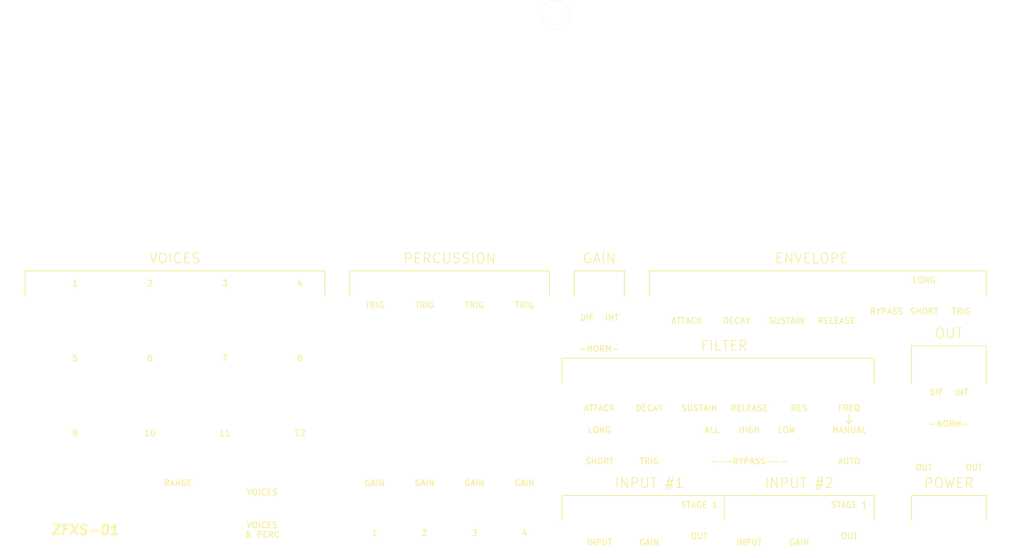
<source format=kicad_pcb>
(kicad_pcb (version 20171130) (host pcbnew "(5.1.6)-1")

  (general
    (thickness 1.6)
    (drawings 247)
    (tracks 0)
    (zones 0)
    (modules 0)
    (nets 1)
  )

  (page User 558.8 279.4)
  (title_block
    (date 2020-12-18)
  )

  (layers
    (0 F.Cu signal)
    (31 B.Cu signal)
    (32 B.Adhes user)
    (33 F.Adhes user)
    (34 B.Paste user)
    (35 F.Paste user)
    (36 B.SilkS user)
    (37 F.SilkS user)
    (38 B.Mask user)
    (39 F.Mask user)
    (40 Dwgs.User user)
    (41 Cmts.User user)
    (42 Eco1.User user)
    (43 Eco2.User user)
    (44 Edge.Cuts user)
    (45 Margin user)
    (46 B.CrtYd user)
    (47 F.CrtYd user)
    (48 B.Fab user)
    (49 F.Fab user)
  )

  (setup
    (last_trace_width 0.25)
    (trace_clearance 0.2)
    (zone_clearance 0.508)
    (zone_45_only no)
    (trace_min 0.2)
    (via_size 0.8)
    (via_drill 0.4)
    (via_min_size 0.4)
    (via_min_drill 0.3)
    (uvia_size 0.3)
    (uvia_drill 0.1)
    (uvias_allowed no)
    (uvia_min_size 0.2)
    (uvia_min_drill 0.1)
    (edge_width 0.05)
    (segment_width 0.2)
    (pcb_text_width 0.3)
    (pcb_text_size 1.5 1.5)
    (mod_edge_width 0.12)
    (mod_text_size 1 1)
    (mod_text_width 0.15)
    (pad_size 1.524 1.524)
    (pad_drill 0.762)
    (pad_to_mask_clearance 0.05)
    (aux_axis_origin 0 0)
    (grid_origin 19.05 50.8)
    (visible_elements 7FFFFFFF)
    (pcbplotparams
      (layerselection 0x000a0_7ffffffe)
      (usegerberextensions false)
      (usegerberattributes true)
      (usegerberadvancedattributes true)
      (creategerberjobfile true)
      (excludeedgelayer true)
      (linewidth 0.100000)
      (plotframeref false)
      (viasonmask false)
      (mode 1)
      (useauxorigin false)
      (hpglpennumber 1)
      (hpglpenspeed 20)
      (hpglpendiameter 15.000000)
      (psnegative false)
      (psa4output false)
      (plotreference true)
      (plotvalue true)
      (plotinvisibletext false)
      (padsonsilk false)
      (subtractmaskfromsilk false)
      (outputformat 3)
      (mirror false)
      (drillshape 0)
      (scaleselection 1)
      (outputdirectory "dxf/"))
  )

  (net 0 "")

  (net_class Default "This is the default net class."
    (clearance 0.2)
    (trace_width 0.25)
    (via_dia 0.8)
    (via_drill 0.4)
    (uvia_dia 0.3)
    (uvia_drill 0.1)
  )

  (gr_line (start 304.8 127) (end 304.8 114.3) (layer F.SilkS) (width 0.5))
  (gr_circle (center 304.8 63.5) (end 306.8 63.5) (layer F.Mask) (width 0.15) (tstamp 5FDD5E5E))
  (gr_circle (center 304.8 201.7) (end 306.8 201.7) (layer F.Mask) (width 0.15) (tstamp 5FDD5E5E))
  (gr_circle (center 190.5 203.2) (end 192.5 203.2) (layer F.Mask) (width 0.15) (tstamp 5FDD5E5E))
  (gr_circle (center 190.5 63.5) (end 192.5 63.5) (layer F.Mask) (width 0.15) (tstamp 5FDD5E5E))
  (gr_circle (center 527.05 203.2) (end 529.05 203.2) (layer F.Mask) (width 0.15) (tstamp 5FDCD8DD))
  (gr_line (start 31.75 82.55) (end 31.75 69.85) (layer F.SilkS) (width 0.5))
  (gr_line (start 452.4375 146.05) (end 450.85 147.6375) (layer F.SilkS) (width 0.5) (tstamp 5FDD015B))
  (gr_line (start 450.85 147.6375) (end 449.2625 146.05) (layer F.SilkS) (width 0.5))
  (gr_line (start 450.85 142.875) (end 450.85 147.6375) (layer F.SilkS) (width 0.5))
  (gr_text "VOICES\n& PERC" (at 152.4 201.6125) (layer F.SilkS) (tstamp 5FDD00B8)
    (effects (font (size 3 3) (thickness 0.5)))
  )
  (gr_circle (center 152.4 190.5) (end 155.575 190.5) (layer F.Mask) (width 0.15) (tstamp 5FDD00A7))
  (gr_text VOICES (at 152.4 182.5625) (layer F.SilkS) (tstamp 5FDD00A6)
    (effects (font (size 3 3) (thickness 0.5)))
  )
  (gr_text INPUT (at 400.05 207.9625) (layer F.SilkS) (tstamp 5FDCF852)
    (effects (font (size 3 3) (thickness 0.5)))
  )
  (gr_text INPUT (at 323.85 207.9625) (layer F.SilkS) (tstamp 5FDCF84B)
    (effects (font (size 3 3) (thickness 0.5)))
  )
  (gr_text ZFXS-01 (at 44.45 201.6125) (layer F.SilkS) (tstamp 5FDCF72F)
    (effects (font (size 5 5) (thickness 1) italic) (justify left))
  )
  (gr_text OUT (at 514.35 169.8625) (layer F.SilkS) (tstamp 5FDCF72F)
    (effects (font (size 3 3) (thickness 0.5)))
  )
  (gr_text OUT (at 488.95 169.8625) (layer F.SilkS) (tstamp 5FDCF72F)
    (effects (font (size 3 3) (thickness 0.5)))
  )
  (gr_text INT (at 508 131.7625) (layer F.SilkS) (tstamp 5FDCF72A)
    (effects (font (size 3 3) (thickness 0.5)))
  )
  (gr_text -NORM- (at 501.65 147.6375) (layer F.SilkS) (tstamp 5FDCF729)
    (effects (font (size 3 3) (thickness 0.5)))
  )
  (gr_text DIF (at 495.3 131.7625) (layer F.SilkS) (tstamp 5FDCF728)
    (effects (font (size 3 3) (thickness 0.5)))
  )
  (gr_text OUT (at 450.85 204.7875) (layer F.SilkS) (tstamp 5FDCF71F)
    (effects (font (size 3 3) (thickness 0.5)))
  )
  (gr_text "STAGE 1" (at 450.85 188.9125) (layer F.SilkS) (tstamp 5FDCF71E)
    (effects (font (size 3 3) (thickness 0.5)))
  )
  (gr_text GAIN (at 425.45 207.9625) (layer F.SilkS) (tstamp 5FDCF71D)
    (effects (font (size 3 3) (thickness 0.5)))
  )
  (gr_text "STAGE 1" (at 374.65 188.9125) (layer F.SilkS) (tstamp 5FDCF708)
    (effects (font (size 3 3) (thickness 0.5)))
  )
  (gr_text OUT (at 374.65 204.7875) (layer F.SilkS) (tstamp 5FDCF708)
    (effects (font (size 3 3) (thickness 0.5)))
  )
  (gr_text GAIN (at 349.25 207.9625) (layer F.SilkS) (tstamp 5FDCF708)
    (effects (font (size 3 3) (thickness 0.5)))
  )
  (gr_circle (center 301.625 -60.325) (end 309.125 -60.325) (layer F.SilkS) (width 0.12))
  (gr_text SHORT (at 488.95 90.4875) (layer F.SilkS) (tstamp 5FDCEF51)
    (effects (font (size 3 3) (thickness 0.5)))
  )
  (gr_text TRIG (at 508 90.4875) (layer F.SilkS) (tstamp 5FDCEF51)
    (effects (font (size 3 3) (thickness 0.5)))
  )
  (gr_text LONG (at 488.95 74.6125) (layer F.SilkS) (tstamp 5FDCEF51)
    (effects (font (size 3 3) (thickness 0.5)))
  )
  (gr_text BYPASS (at 469.9 90.4875) (layer F.SilkS) (tstamp 5FDCEF51)
    (effects (font (size 3 3) (thickness 0.5)))
  )
  (gr_text MANUAL (at 450.85 150.8125) (layer F.SilkS) (tstamp 5FDCEF51)
    (effects (font (size 3 3) (thickness 0.5)))
  )
  (gr_text AUTO (at 450.85 166.6875) (layer F.SilkS) (tstamp 5FDCEF51)
    (effects (font (size 3 3) (thickness 0.5)))
  )
  (gr_text TRIG (at 349.25 166.6875) (layer F.SilkS) (tstamp 5FDCEF51)
    (effects (font (size 3 3) (thickness 0.5)))
  )
  (gr_text SHORT (at 323.85 166.6875) (layer F.SilkS) (tstamp 5FDCEF51)
    (effects (font (size 3 3) (thickness 0.5)))
  )
  (gr_text LOW (at 419.1 150.8125) (layer F.SilkS) (tstamp 5FDCEF51)
    (effects (font (size 3 3) (thickness 0.5)))
  )
  (gr_text HIGH (at 400.05 150.8125) (layer F.SilkS) (tstamp 5FDCEF51)
    (effects (font (size 3 3) (thickness 0.5)))
  )
  (gr_text ALL (at 381 150.8125) (layer F.SilkS) (tstamp 5FDCEF51)
    (effects (font (size 3 3) (thickness 0.5)))
  )
  (gr_text ---BYPASS--- (at 400.05 166.6875) (layer F.SilkS) (tstamp 5FDCEEFA)
    (effects (font (size 3 3) (thickness 0.5)))
  )
  (gr_text LONG (at 323.85 150.8125) (layer F.SilkS) (tstamp 5FDCEE53)
    (effects (font (size 3 3) (thickness 0.5)))
  )
  (gr_text FREQ (at 450.85 139.7) (layer F.SilkS) (tstamp 5FDCEE53)
    (effects (font (size 3 3) (thickness 0.5)))
  )
  (gr_text RES (at 425.45 139.7) (layer F.SilkS) (tstamp 5FDCEE53)
    (effects (font (size 3 3) (thickness 0.5)))
  )
  (gr_text ATTACK (at 323.85 139.7) (layer F.SilkS) (tstamp 5FDCEE39)
    (effects (font (size 3 3) (thickness 0.5)))
  )
  (gr_text SUSTAIN (at 374.65 139.7) (layer F.SilkS) (tstamp 5FDCEE38)
    (effects (font (size 3 3) (thickness 0.5)))
  )
  (gr_text RELEASE (at 400.05 139.7) (layer F.SilkS) (tstamp 5FDCEE37)
    (effects (font (size 3 3) (thickness 0.5)))
  )
  (gr_text DECAY (at 349.25 139.7) (layer F.SilkS) (tstamp 5FDCEE36)
    (effects (font (size 3 3) (thickness 0.5)))
  )
  (gr_text RELEASE (at 444.5 95.25) (layer F.SilkS) (tstamp 5FDCEE20)
    (effects (font (size 3 3) (thickness 0.5)))
  )
  (gr_text SUSTAIN (at 419.1 95.25) (layer F.SilkS) (tstamp 5FDCEE20)
    (effects (font (size 3 3) (thickness 0.5)))
  )
  (gr_text DECAY (at 393.7 95.25) (layer F.SilkS) (tstamp 5FDCEE20)
    (effects (font (size 3 3) (thickness 0.5)))
  )
  (gr_text ATTACK (at 368.3 95.25) (layer F.SilkS) (tstamp 5FDCEDB8)
    (effects (font (size 3 3) (thickness 0.5)))
  )
  (gr_text -NORM- (at 323.85 109.5375) (layer F.SilkS) (tstamp 5FDCEDB8)
    (effects (font (size 3 3) (thickness 0.5)))
  )
  (gr_text INT (at 330.2 93.6625) (layer F.SilkS) (tstamp 5FDCEDB8)
    (effects (font (size 3 3) (thickness 0.5)))
  )
  (gr_text DIF (at 317.5 93.6625) (layer F.SilkS) (tstamp 5FDCEDB8)
    (effects (font (size 3 3) (thickness 0.5)))
  )
  (gr_text GAIN (at 285.75 177.8) (layer F.SilkS) (tstamp 5FDCEDB8)
    (effects (font (size 3 3) (thickness 0.5)))
  )
  (gr_text GAIN (at 260.35 177.8) (layer F.SilkS) (tstamp 5FDCEDB8)
    (effects (font (size 3 3) (thickness 0.5)))
  )
  (gr_text GAIN (at 234.95 177.8) (layer F.SilkS) (tstamp 5FDCEDB8)
    (effects (font (size 3 3) (thickness 0.5)))
  )
  (gr_text GAIN (at 209.55 177.8) (layer F.SilkS) (tstamp 5FDCEDA1)
    (effects (font (size 3 3) (thickness 0.5)))
  )
  (gr_text TRIG (at 285.75 87.3125) (layer F.SilkS) (tstamp 5FDCEDA1)
    (effects (font (size 3 3) (thickness 0.5)))
  )
  (gr_text TRIG (at 260.35 87.3125) (layer F.SilkS) (tstamp 5FDCEDA1)
    (effects (font (size 3 3) (thickness 0.5)))
  )
  (gr_text TRIG (at 234.95 87.3125) (layer F.SilkS) (tstamp 5FDCEDA1)
    (effects (font (size 3 3) (thickness 0.5)))
  )
  (gr_text TRIG (at 209.55 87.3125) (layer F.SilkS) (tstamp 5FDCEB94)
    (effects (font (size 3 3) (thickness 0.5)))
  )
  (gr_text RANGE (at 109.5375 177.8) (layer F.SilkS) (tstamp 5FDCEB94)
    (effects (font (size 3 3) (thickness 0.5)))
  )
  (gr_text 4 (at 285.75 203.2) (layer F.SilkS) (tstamp 5FDCEB94)
    (effects (font (size 3 3) (thickness 0.5)))
  )
  (gr_text 3 (at 260.35 203.2) (layer F.SilkS) (tstamp 5FDCEB94)
    (effects (font (size 3 3) (thickness 0.5)))
  )
  (gr_text 2 (at 234.95 203.2) (layer F.SilkS) (tstamp 5FDCEB94)
    (effects (font (size 3 3) (thickness 0.5)))
  )
  (gr_text 1 (at 209.55 203.2) (layer F.SilkS) (tstamp 5FDCEB94)
    (effects (font (size 3 3) (thickness 0.5)))
  )
  (gr_text 9 (at 57.15 152.4) (layer F.SilkS) (tstamp 5FDCEB94)
    (effects (font (size 3 3) (thickness 0.5)))
  )
  (gr_text 10 (at 95.25 152.4) (layer F.SilkS) (tstamp 5FDCEB94)
    (effects (font (size 3 3) (thickness 0.5)))
  )
  (gr_text 11 (at 133.35 152.4) (layer F.SilkS) (tstamp 5FDCEB94)
    (effects (font (size 3 3) (thickness 0.5)))
  )
  (gr_text 12 (at 171.45 152.4) (layer F.SilkS) (tstamp 5FDCEB94)
    (effects (font (size 3 3) (thickness 0.5)))
  )
  (gr_text 8 (at 171.45 114.3) (layer F.SilkS) (tstamp 5FDCEB94)
    (effects (font (size 3 3) (thickness 0.5)))
  )
  (gr_text 4 (at 171.45 76.2) (layer F.SilkS) (tstamp 5FDCEB94)
    (effects (font (size 3 3) (thickness 0.5)))
  )
  (gr_text 7 (at 133.35 114.3) (layer F.SilkS) (tstamp 5FDCEB94)
    (effects (font (size 3 3) (thickness 0.5)))
  )
  (gr_text 6 (at 95.25 114.3) (layer F.SilkS) (tstamp 5FDCEB94)
    (effects (font (size 3 3) (thickness 0.5)))
  )
  (gr_text 5 (at 57.15 114.3) (layer F.SilkS) (tstamp 5FDCEB94)
    (effects (font (size 3 3) (thickness 0.5)))
  )
  (gr_text 3 (at 133.35 76.2) (layer F.SilkS) (tstamp 5FDCEB94)
    (effects (font (size 3 3) (thickness 0.5)))
  )
  (gr_text 2 (at 95.25 76.2) (layer F.SilkS) (tstamp 5FDCEB94)
    (effects (font (size 3 3) (thickness 0.5)))
  )
  (gr_text 1 (at 57.15 76.2) (layer F.SilkS) (tstamp 5FDCEB89)
    (effects (font (size 3 3) (thickness 0.5)))
  )
  (gr_line (start 520.7 184.15) (end 520.7 196.85) (layer F.SilkS) (width 0.5) (tstamp 5FDCEB2F))
  (gr_line (start 482.6 184.15) (end 520.7 184.15) (layer F.SilkS) (width 0.5) (tstamp 5FDCEB2F))
  (gr_line (start 336.55 82.55) (end 336.55 69.85) (layer F.SilkS) (width 0.5) (tstamp 5FDCEB2F))
  (gr_text POWER (at 501.65 177.8) (layer F.SilkS) (tstamp 5FDCE9BE)
    (effects (font (size 5 5) (thickness 0.5)))
  )
  (gr_text "INPUT #2" (at 425.45 177.8) (layer F.SilkS) (tstamp 5FDCE9BE)
    (effects (font (size 5 5) (thickness 0.5)))
  )
  (gr_text "INPUT #1" (at 349.25 177.8) (layer F.SilkS) (tstamp 5FDCE9BE)
    (effects (font (size 5 5) (thickness 0.5)))
  )
  (gr_text OUT (at 501.65 101.6) (layer F.SilkS) (tstamp 5FDCE9BE)
    (effects (font (size 5 5) (thickness 0.5)))
  )
  (gr_text FILTER (at 387.35 107.95) (layer F.SilkS) (tstamp 5FDCE9BE)
    (effects (font (size 5 5) (thickness 0.5)))
  )
  (gr_text ENVELOPE (at 431.8 63.5) (layer F.SilkS) (tstamp 5FDCE9BE)
    (effects (font (size 5 5) (thickness 0.5)))
  )
  (gr_text GAIN (at 323.85 63.5) (layer F.SilkS) (tstamp 5FDCE9BE)
    (effects (font (size 5 5) (thickness 0.5)))
  )
  (gr_text PERCUSSION (at 247.65 63.5) (layer F.SilkS) (tstamp 5FDCE9BE)
    (effects (font (size 5 5) (thickness 0.5)))
  )
  (gr_text VOICES (at 107.95 63.5) (layer F.SilkS)
    (effects (font (size 5 5) (thickness 0.5)))
  )
  (gr_line (start 311.15 82.55) (end 311.15 82.55) (layer F.SilkS) (width 0.12))
  (gr_line (start 520.7 107.95) (end 520.7 127) (layer F.SilkS) (width 0.5))
  (gr_line (start 482.6 107.95) (end 520.7 107.95) (layer F.SilkS) (width 0.5))
  (gr_line (start 482.6 127) (end 482.6 107.95) (layer F.SilkS) (width 0.5))
  (gr_line (start 311.15 69.85) (end 311.15 82.55) (layer F.SilkS) (width 0.5))
  (gr_line (start 336.55 69.85) (end 311.15 69.85) (layer F.SilkS) (width 0.5))
  (gr_line (start 463.55 114.3) (end 304.8 114.3) (layer F.SilkS) (width 0.5) (tstamp 5FDCE8F1))
  (gr_line (start 463.55 127) (end 463.55 114.3) (layer F.SilkS) (width 0.5))
  (gr_line (start 482.6 196.85) (end 482.6 184.15) (layer F.SilkS) (width 0.5))
  (gr_line (start 463.55 184.15) (end 463.55 196.85) (layer F.SilkS) (width 0.5))
  (gr_line (start 387.35 184.15) (end 463.55 184.15) (layer F.SilkS) (width 0.5))
  (gr_line (start 387.35 184.15) (end 387.35 196.85) (layer F.SilkS) (width 0.5))
  (gr_line (start 304.8 184.15) (end 387.35 184.15) (layer F.SilkS) (width 0.5))
  (gr_line (start 304.8 196.85) (end 304.8 184.15) (layer F.SilkS) (width 0.5))
  (gr_line (start 520.7 69.85) (end 520.7 82.55) (layer F.SilkS) (width 0.5))
  (gr_line (start 349.25 69.85) (end 520.7 69.85) (layer F.SilkS) (width 0.5))
  (gr_line (start 349.25 82.55) (end 349.25 69.85) (layer F.SilkS) (width 0.5))
  (gr_line (start 298.45 69.85) (end 298.45 82.55) (layer F.SilkS) (width 0.5))
  (gr_line (start 196.85 69.85) (end 298.45 69.85) (layer F.SilkS) (width 0.5))
  (gr_line (start 196.85 82.55) (end 196.85 69.85) (layer F.SilkS) (width 0.5))
  (gr_line (start 184.15 69.85) (end 184.15 82.55) (layer F.SilkS) (width 0.5))
  (gr_line (start 31.75 69.85) (end 184.15 69.85) (layer F.SilkS) (width 0.5))
  (gr_circle (center 492.125 196.85) (end 495.3 196.85) (layer F.Mask) (width 0.15) (tstamp 5FDCE660))
  (gr_circle (center 285.75 76.2) (end 288.925 76.2) (layer F.Mask) (width 0.15) (tstamp 5FDCE660))
  (gr_circle (center 260.35 76.2) (end 263.525 76.2) (layer F.Mask) (width 0.15) (tstamp 5FDCE660))
  (gr_circle (center 234.95 76.2) (end 238.125 76.2) (layer F.Mask) (width 0.15) (tstamp 5FDCE660))
  (gr_circle (center 209.55 76.2) (end 212.725 76.2) (layer F.Mask) (width 0.15) (tstamp 5FDCE660))
  (gr_circle (center 285.75 139.7) (end 289.5 139.7) (layer F.Mask) (width 0.15) (tstamp 5FDCE647))
  (gr_circle (center 285.75 131.9) (end 287.25 131.9) (layer F.Mask) (width 0.15) (tstamp 5FDCE646))
  (gr_circle (center 285.75 106.5) (end 287.25 106.5) (layer F.Mask) (width 0.15) (tstamp 5FDCE645))
  (gr_circle (center 285.75 114.3) (end 289.5 114.3) (layer F.Mask) (width 0.15) (tstamp 5FDCE644))
  (gr_circle (center 285.75 182.7) (end 287.25 182.7) (layer F.Mask) (width 0.15) (tstamp 5FDCE643))
  (gr_circle (center 285.75 157.3) (end 287.25 157.3) (layer F.Mask) (width 0.15) (tstamp 5FDCE642))
  (gr_circle (center 285.75 165.1) (end 289.5 165.1) (layer F.Mask) (width 0.15) (tstamp 5FDCE641))
  (gr_circle (center 285.75 190.5) (end 289.5 190.5) (layer F.Mask) (width 0.15) (tstamp 5FDCE640))
  (gr_circle (center 260.35 139.7) (end 264.1 139.7) (layer F.Mask) (width 0.15) (tstamp 5FDCE647))
  (gr_circle (center 260.35 131.9) (end 261.85 131.9) (layer F.Mask) (width 0.15) (tstamp 5FDCE646))
  (gr_circle (center 260.35 106.5) (end 261.85 106.5) (layer F.Mask) (width 0.15) (tstamp 5FDCE645))
  (gr_circle (center 260.35 114.3) (end 264.1 114.3) (layer F.Mask) (width 0.15) (tstamp 5FDCE644))
  (gr_circle (center 260.35 182.7) (end 261.85 182.7) (layer F.Mask) (width 0.15) (tstamp 5FDCE643))
  (gr_circle (center 260.35 157.3) (end 261.85 157.3) (layer F.Mask) (width 0.15) (tstamp 5FDCE642))
  (gr_circle (center 260.35 165.1) (end 264.1 165.1) (layer F.Mask) (width 0.15) (tstamp 5FDCE641))
  (gr_circle (center 260.35 190.5) (end 264.1 190.5) (layer F.Mask) (width 0.15) (tstamp 5FDCE640))
  (gr_circle (center 234.95 139.7) (end 238.7 139.7) (layer F.Mask) (width 0.15) (tstamp 5FDCE647))
  (gr_circle (center 234.95 131.9) (end 236.45 131.9) (layer F.Mask) (width 0.15) (tstamp 5FDCE646))
  (gr_circle (center 234.95 106.5) (end 236.45 106.5) (layer F.Mask) (width 0.15) (tstamp 5FDCE645))
  (gr_circle (center 234.95 114.3) (end 238.7 114.3) (layer F.Mask) (width 0.15) (tstamp 5FDCE644))
  (gr_circle (center 234.95 182.7) (end 236.45 182.7) (layer F.Mask) (width 0.15) (tstamp 5FDCE643))
  (gr_circle (center 234.95 157.3) (end 236.45 157.3) (layer F.Mask) (width 0.15) (tstamp 5FDCE642))
  (gr_circle (center 234.95 165.1) (end 238.7 165.1) (layer F.Mask) (width 0.15) (tstamp 5FDCE641))
  (gr_circle (center 234.95 190.5) (end 238.7 190.5) (layer F.Mask) (width 0.15) (tstamp 5FDCE640))
  (gr_circle (center 209.55 182.7) (end 211.05 182.7) (layer F.Mask) (width 0.15) (tstamp 5FDCE62B))
  (gr_circle (center 209.55 190.5) (end 213.3 190.5) (layer F.Mask) (width 0.15) (tstamp 5FDCE62A))
  (gr_circle (center 209.55 157.3) (end 211.05 157.3) (layer F.Mask) (width 0.15) (tstamp 5FDCE62B))
  (gr_circle (center 209.55 165.1) (end 213.3 165.1) (layer F.Mask) (width 0.15) (tstamp 5FDCE62A))
  (gr_circle (center 209.55 131.9) (end 211.05 131.9) (layer F.Mask) (width 0.15) (tstamp 5FDCE62B))
  (gr_circle (center 209.55 139.7) (end 213.3 139.7) (layer F.Mask) (width 0.15) (tstamp 5FDCE62A))
  (gr_circle (center 209.55 114.3) (end 213.3 114.3) (layer F.Mask) (width 0.15) (tstamp 5FDCE4C9))
  (gr_circle (center 209.55 106.5) (end 211.05 106.5) (layer F.Mask) (width 0.15) (tstamp 5FDCE4C8))
  (gr_circle (center 349.25 196.85) (end 349.25 193.1) (layer F.Mask) (width 0.15) (tstamp 5FDCE4C9))
  (gr_circle (center 341.45 196.85) (end 341.45 195.35) (layer F.Mask) (width 0.15) (tstamp 5FDCE4C8))
  (gr_circle (center 425.45 196.85) (end 425.45 193.1) (layer F.Mask) (width 0.15) (tstamp 5FDCE4C9))
  (gr_circle (center 417.65 196.85) (end 417.65 195.35) (layer F.Mask) (width 0.15) (tstamp 5FDCE4C8))
  (gr_circle (center 501.65 120.65) (end 501.65 124.4) (layer F.Mask) (width 0.15) (tstamp 5FDCE542))
  (gr_circle (center 509.45 120.65) (end 509.45 122.15) (layer F.Mask) (width 0.15) (tstamp 5FDCE545))
  (gr_circle (center 450.85 127) (end 450.85 123.25) (layer F.Mask) (width 0.15) (tstamp 5FDCE4C9))
  (gr_circle (center 443.05 127) (end 443.05 125.5) (layer F.Mask) (width 0.15) (tstamp 5FDCE4C8))
  (gr_circle (center 425.45 127) (end 425.45 123.25) (layer F.Mask) (width 0.15) (tstamp 5FDCE4C9))
  (gr_circle (center 417.65 127) (end 417.65 125.5) (layer F.Mask) (width 0.15) (tstamp 5FDCE4C8))
  (gr_circle (center 400.05 127) (end 400.05 123.25) (layer F.Mask) (width 0.15) (tstamp 5FDCE4C9))
  (gr_circle (center 392.25 127) (end 392.25 125.5) (layer F.Mask) (width 0.15) (tstamp 5FDCE4C8))
  (gr_circle (center 374.65 127) (end 374.65 123.25) (layer F.Mask) (width 0.15) (tstamp 5FDCE4C9))
  (gr_circle (center 366.85 127) (end 366.85 125.5) (layer F.Mask) (width 0.15) (tstamp 5FDCE4C8))
  (gr_circle (center 349.25 127) (end 349.25 123.25) (layer F.Mask) (width 0.15) (tstamp 5FDCE4C9))
  (gr_circle (center 341.45 127) (end 341.45 125.5) (layer F.Mask) (width 0.15) (tstamp 5FDCE4C8))
  (gr_circle (center 323.85 127) (end 323.85 123.25) (layer F.Mask) (width 0.15) (tstamp 5FDCE4C9))
  (gr_circle (center 316.05 127) (end 316.05 125.5) (layer F.Mask) (width 0.15) (tstamp 5FDCE4C8))
  (gr_circle (center 444.5 82.55) (end 444.5 78.8) (layer F.Mask) (width 0.15) (tstamp 5FDCE4C9))
  (gr_circle (center 436.7 82.55) (end 436.7 81.05) (layer F.Mask) (width 0.15) (tstamp 5FDCE4C8))
  (gr_circle (center 419.1 82.55) (end 419.1 78.8) (layer F.Mask) (width 0.15) (tstamp 5FDCE4C9))
  (gr_circle (center 411.3 82.55) (end 411.3 81.05) (layer F.Mask) (width 0.15) (tstamp 5FDCE4C8))
  (gr_circle (center 393.7 82.55) (end 393.7 78.8) (layer F.Mask) (width 0.15) (tstamp 5FDCE4C9))
  (gr_circle (center 385.9 82.55) (end 385.9 81.05) (layer F.Mask) (width 0.15) (tstamp 5FDCE4C8))
  (gr_circle (center 368.3 82.55) (end 368.3 78.8) (layer F.Mask) (width 0.15) (tstamp 5FDCE4A7))
  (gr_circle (center 360.5 82.55) (end 360.5 81.05) (layer F.Mask) (width 0.15) (tstamp 5FDCE4A6))
  (gr_circle (center 488.95 158.75) (end 493.7 158.75) (layer F.Mask) (width 0.15) (tstamp 5FDCE392))
  (gr_circle (center 514.35 158.75) (end 519.1 158.75) (layer F.Mask) (width 0.15) (tstamp 5FDCE392))
  (gr_circle (center 508 139.7) (end 511.175 139.7) (layer F.Mask) (width 0.15) (tstamp 5FDCE389))
  (gr_circle (center 495.3 139.7) (end 498.475 139.7) (layer F.Mask) (width 0.15) (tstamp 5FDCE388))
  (gr_circle (center 400.05 196.85) (end 404.8 196.85) (layer F.Mask) (width 0.15) (tstamp 5FDCE315))
  (gr_circle (center 450.85 196.85) (end 454.025 196.85) (layer F.Mask) (width 0.15) (tstamp 5FDCE314))
  (gr_circle (center 374.65 196.85) (end 377.825 196.85) (layer F.Mask) (width 0.15) (tstamp 5FDCE309))
  (gr_circle (center 323.85 196.85) (end 328.6 196.85) (layer F.Mask) (width 0.15) (tstamp 5FDCE2D5))
  (gr_circle (center 323.85 82.55) (end 323.85 86.3) (layer F.Mask) (width 0.15) (tstamp 5FDCE14D))
  (gr_circle (center 331.65 82.55) (end 331.65 84.05) (layer F.Mask) (width 0.15) (tstamp 5FDCE14C))
  (gr_circle (center 511.175 196.85) (end 514.35 196.85) (layer F.Mask) (width 0.15) (tstamp 5FDCDFBB))
  (gr_circle (center 450.85 158.75) (end 454.025 158.75) (layer F.Mask) (width 0.15) (tstamp 5FDCDF9E))
  (gr_circle (center 419.1 158.75) (end 422.275 158.75) (layer F.Mask) (width 0.15) (tstamp 5FDCDF9D))
  (gr_circle (center 400.05 158.75) (end 403.225 158.75) (layer F.Mask) (width 0.15) (tstamp 5FDCDF9C))
  (gr_circle (center 381 158.75) (end 384.175 158.75) (layer F.Mask) (width 0.15) (tstamp 5FDCDF9E))
  (gr_circle (center 349.25 158.75) (end 352.425 158.75) (layer F.Mask) (width 0.15) (tstamp 5FDCDF9D))
  (gr_circle (center 323.85 158.75) (end 327.025 158.75) (layer F.Mask) (width 0.15) (tstamp 5FDCDF9C))
  (gr_circle (center 508 82.55) (end 511.175 82.55) (layer F.Mask) (width 0.15) (tstamp 5FDCDE62))
  (gr_circle (center 488.95 82.55) (end 492.125 82.55) (layer F.Mask) (width 0.15) (tstamp 5FDCDE59))
  (gr_circle (center 469.9 82.55) (end 473.075 82.55) (layer F.Mask) (width 0.15) (tstamp 5FDCDE58))
  (gr_circle (center 121.5375 190.5) (end 121.5375 188.95) (layer F.Mask) (width 0.15) (tstamp 5FDCDD54))
  (gr_circle (center 109.5375 190.5) (end 109.5375 186) (layer F.Mask) (width 0.15) (tstamp 5FDCDD41))
  (gr_circle (center 330.2 101.6) (end 333.375 101.6) (layer F.Mask) (width 0.15) (tstamp 5FDCDB62))
  (gr_circle (center 317.5 101.6) (end 320.675 101.6) (layer F.Mask) (width 0.15) (tstamp 5FDCDB62))
  (gr_circle (center 285.75 95.25) (end 289.25 95.25) (layer F.Mask) (width 0.15) (tstamp 5FDCD9E1))
  (gr_circle (center 260.35 95.25) (end 263.85 95.25) (layer F.Mask) (width 0.15) (tstamp 5FDCD9E1))
  (gr_circle (center 234.95 95.25) (end 238.45 95.25) (layer F.Mask) (width 0.15) (tstamp 5FDCD9E1))
  (gr_circle (center 209.55 95.25) (end 213.05 95.25) (layer F.Mask) (width 0.15) (tstamp 5FDCD8DD))
  (gr_circle (center 527.05 63.5) (end 529.05 63.5) (layer F.Mask) (width 0.15) (tstamp 5FDCD8DD))
  (gr_circle (center 31.75 201.7) (end 33.75 201.7) (layer F.Mask) (width 0.15) (tstamp 5FDCD8DD))
  (gr_circle (center 31.75 63.5) (end 33.75 63.5) (layer F.Mask) (width 0.15) (tstamp 5FDCD8DD))
  (gr_circle (center 133.35 165.1) (end 137.1 165.1) (layer F.Mask) (width 0.15) (tstamp 5FDCD8B6))
  (gr_circle (center 133.35 81.1) (end 134.85 81.1) (layer F.Mask) (width 0.15) (tstamp 5FDCD8B5))
  (gr_circle (center 171.45 88.9) (end 175.2 88.9) (layer F.Mask) (width 0.15) (tstamp 5FDCD8B4))
  (gr_circle (center 133.35 127) (end 137.1 127) (layer F.Mask) (width 0.15) (tstamp 5FDCD8B3))
  (gr_circle (center 133.35 157.3) (end 134.85 157.3) (layer F.Mask) (width 0.15) (tstamp 5FDCD8B2))
  (gr_circle (center 133.35 119.2) (end 134.85 119.2) (layer F.Mask) (width 0.15) (tstamp 5FDCD8B1))
  (gr_circle (center 133.35 88.9) (end 137.1 88.9) (layer F.Mask) (width 0.15) (tstamp 5FDCD8B0))
  (gr_circle (center 158.75 152.4) (end 161.925 152.4) (layer F.Mask) (width 0.15) (tstamp 5FDCD8AF))
  (gr_circle (center 120.65 114.3) (end 123.825 114.3) (layer F.Mask) (width 0.15) (tstamp 5FDCD8AE))
  (gr_circle (center 120.65 76.2) (end 123.825 76.2) (layer F.Mask) (width 0.15) (tstamp 5FDCD8AD))
  (gr_circle (center 120.65 152.4) (end 123.825 152.4) (layer F.Mask) (width 0.15) (tstamp 5FDCD8AC))
  (gr_circle (center 171.45 119.2) (end 172.95 119.2) (layer F.Mask) (width 0.15) (tstamp 5FDCD8AB))
  (gr_circle (center 158.75 114.3) (end 161.925 114.3) (layer F.Mask) (width 0.15) (tstamp 5FDCD8AA))
  (gr_circle (center 158.75 76.2) (end 161.925 76.2) (layer F.Mask) (width 0.15) (tstamp 5FDCD8A9))
  (gr_circle (center 171.45 81.1) (end 172.95 81.1) (layer F.Mask) (width 0.15) (tstamp 5FDCD8A8))
  (gr_circle (center 171.45 165.1) (end 175.2 165.1) (layer F.Mask) (width 0.15) (tstamp 5FDCD8A7))
  (gr_circle (center 171.45 127) (end 175.2 127) (layer F.Mask) (width 0.15) (tstamp 5FDCD8A6))
  (gr_circle (center 171.45 157.3) (end 172.95 157.3) (layer F.Mask) (width 0.15) (tstamp 5FDCD8A5))
  (gr_circle (center 95.25 165.1) (end 99 165.1) (layer F.Mask) (width 0.15) (tstamp 5FDCD897))
  (gr_circle (center 95.25 81.1) (end 96.75 81.1) (layer F.Mask) (width 0.15) (tstamp 5FDCD896))
  (gr_circle (center 95.25 127) (end 99 127) (layer F.Mask) (width 0.15) (tstamp 5FDCD895))
  (gr_circle (center 95.25 157.3) (end 96.75 157.3) (layer F.Mask) (width 0.15) (tstamp 5FDCD894))
  (gr_circle (center 95.25 119.2) (end 96.75 119.2) (layer F.Mask) (width 0.15) (tstamp 5FDCD893))
  (gr_circle (center 95.25 88.9) (end 99 88.9) (layer F.Mask) (width 0.15) (tstamp 5FDCD892))
  (gr_circle (center 82.55 114.3) (end 85.725 114.3) (layer F.Mask) (width 0.15) (tstamp 5FDCD891))
  (gr_circle (center 82.55 76.2) (end 85.725 76.2) (layer F.Mask) (width 0.15) (tstamp 5FDCD890))
  (gr_circle (center 82.55 152.4) (end 85.725 152.4) (layer F.Mask) (width 0.15) (tstamp 5FDCD88F))
  (gr_circle (center 57.15 157.3) (end 58.65 157.3) (layer F.Mask) (width 0.15) (tstamp 5FDCD806))
  (gr_circle (center 57.15 165.1) (end 60.9 165.1) (layer F.Mask) (width 0.15) (tstamp 5FDCD805))
  (gr_circle (center 44.45 152.4) (end 47.625 152.4) (layer F.Mask) (width 0.15) (tstamp 5FDCD804))
  (gr_circle (center 57.15 119.2) (end 58.65 119.2) (layer F.Mask) (width 0.15) (tstamp 5FDCD806))
  (gr_circle (center 57.15 127) (end 60.9 127) (layer F.Mask) (width 0.15) (tstamp 5FDCD805))
  (gr_circle (center 44.45 114.3) (end 47.625 114.3) (layer F.Mask) (width 0.15) (tstamp 5FDCD804))
  (gr_circle (center 44.45 76.2) (end 47.625 76.2) (layer F.Mask) (width 0.15) (tstamp 5FDCD7B9))
  (gr_circle (center 57.15 81.1) (end 58.65 81.1) (layer F.Mask) (width 0.15) (tstamp 5FDCD686))
  (gr_circle (center 57.15 88.9) (end 60.9 88.9) (layer F.Mask) (width 0.15))
  (gr_line (start 19.05 215.9) (end 19.05 50.8) (layer F.Mask) (width 0.15) (tstamp 5FDCD45B))
  (gr_line (start 539.75 215.9) (end 19.05 215.9) (layer F.Mask) (width 0.15))
  (gr_line (start 539.75 50.8) (end 539.75 215.9) (layer F.Mask) (width 0.15))
  (gr_line (start 19.05 50.8) (end 539.75 50.8) (layer F.Mask) (width 0.15))

)

</source>
